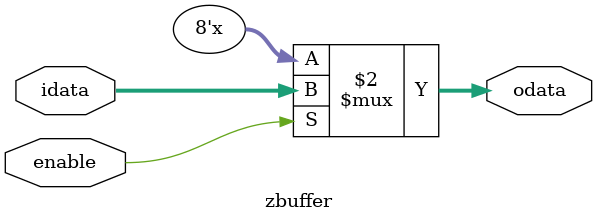
<source format=v>
module zbuffer ( enable, idata, odata );

parameter DATASIZE = 8;

input enable;
input[DATASIZE-1:0] idata;
output[DATASIZE-1:0] odata;
wire[DATASIZE-1:0] odata;

assign odata = (enable==1)? idata : {DATASIZE{1'bZ}};

endmodule

</source>
